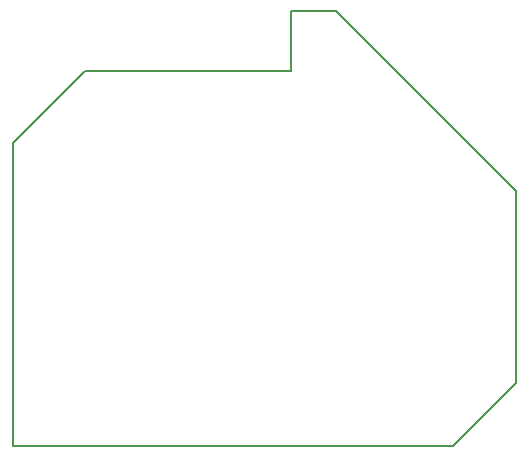
<source format=gm1>
G04*
G04 #@! TF.GenerationSoftware,Altium Limited,Altium Designer,20.0.13 (296)*
G04*
G04 Layer_Color=16711935*
%FSLAX25Y25*%
%MOIN*%
G70*
G01*
G75*
%ADD12C,0.00500*%
D12*
X217500Y30000D02*
Y131000D01*
X241500Y155000D01*
X310000D01*
X385000Y51000D02*
Y115000D01*
X364000Y30000D02*
X385000Y51000D01*
X217500Y30000D02*
X364000D01*
X310000Y155000D02*
Y175000D01*
X325000D01*
X385000Y115000D01*
M02*

</source>
